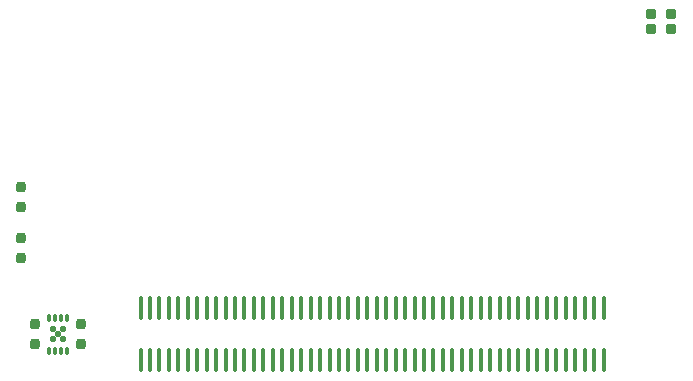
<source format=gtp>
G04 #@! TF.GenerationSoftware,KiCad,Pcbnew,8.0.6*
G04 #@! TF.CreationDate,2024-11-07T02:27:06-08:00*
G04 #@! TF.ProjectId,hvd-68-vhdci,6876642d-3638-42d7-9668-6463692e6b69,1*
G04 #@! TF.SameCoordinates,Original*
G04 #@! TF.FileFunction,Paste,Top*
G04 #@! TF.FilePolarity,Positive*
%FSLAX46Y46*%
G04 Gerber Fmt 4.6, Leading zero omitted, Abs format (unit mm)*
G04 Created by KiCad (PCBNEW 8.0.6) date 2024-11-07 02:27:06*
%MOMM*%
%LPD*%
G01*
G04 APERTURE LIST*
G04 Aperture macros list*
%AMRoundRect*
0 Rectangle with rounded corners*
0 $1 Rounding radius*
0 $2 $3 $4 $5 $6 $7 $8 $9 X,Y pos of 4 corners*
0 Add a 4 corners polygon primitive as box body*
4,1,4,$2,$3,$4,$5,$6,$7,$8,$9,$2,$3,0*
0 Add four circle primitives for the rounded corners*
1,1,$1+$1,$2,$3*
1,1,$1+$1,$4,$5*
1,1,$1+$1,$6,$7*
1,1,$1+$1,$8,$9*
0 Add four rect primitives between the rounded corners*
20,1,$1+$1,$2,$3,$4,$5,0*
20,1,$1+$1,$4,$5,$6,$7,0*
20,1,$1+$1,$6,$7,$8,$9,0*
20,1,$1+$1,$8,$9,$2,$3,0*%
G04 Aperture macros list end*
%ADD10RoundRect,0.100000X0.100000X0.900000X-0.100000X0.900000X-0.100000X-0.900000X0.100000X-0.900000X0*%
%ADD11RoundRect,0.200000X0.200000X-0.250000X0.200000X0.250000X-0.200000X0.250000X-0.200000X-0.250000X0*%
%ADD12RoundRect,0.200000X-0.200000X0.250000X-0.200000X-0.250000X0.200000X-0.250000X0.200000X0.250000X0*%
%ADD13RoundRect,0.200000X0.250000X0.200000X-0.250000X0.200000X-0.250000X-0.200000X0.250000X-0.200000X0*%
%ADD14RoundRect,0.125000X0.125000X-0.125000X0.125000X0.125000X-0.125000X0.125000X-0.125000X-0.125000X0*%
%ADD15RoundRect,0.046875X0.103125X-0.253125X0.103125X0.253125X-0.103125X0.253125X-0.103125X-0.253125X0*%
%ADD16RoundRect,0.200000X-0.250000X-0.200000X0.250000X-0.200000X0.250000X0.200000X-0.250000X0.200000X0*%
G04 APERTURE END LIST*
D10*
G04 #@! TO.C,J1*
X-57100000Y1800000D03*
X-57100000Y6200000D03*
X-56300000Y1800001D03*
X-56300000Y6199999D03*
X-55500000Y1800000D03*
X-55500000Y6200000D03*
X-54700001Y1800000D03*
X-54700001Y6200000D03*
X-53900000Y1800000D03*
X-53900000Y6200000D03*
X-53100000Y1800000D03*
X-53100000Y6200000D03*
X-52299999Y1800000D03*
X-52299999Y6200000D03*
X-51500000Y1800000D03*
X-51500000Y6200000D03*
X-50700000Y1800001D03*
X-50700000Y6199999D03*
X-49900000Y1800000D03*
X-49900000Y6200000D03*
X-49100000Y1800000D03*
X-49100000Y6200000D03*
X-48300000Y1800000D03*
X-48300000Y6200000D03*
X-47500000Y1800000D03*
X-47500000Y6200000D03*
X-46699999Y1800000D03*
X-46699999Y6200000D03*
X-45900000Y1800000D03*
X-45900000Y6200000D03*
X-45100000Y1800001D03*
X-45100000Y6199999D03*
X-44300000Y1800000D03*
X-44300000Y6200000D03*
X-43500000Y1800000D03*
X-43500000Y6200000D03*
X-42700000Y1800000D03*
X-42700000Y6200000D03*
X-41900000Y1800000D03*
X-41900000Y6200000D03*
X-41099999Y1800000D03*
X-41099999Y6200000D03*
X-40300000Y1800000D03*
X-40300000Y6200000D03*
X-39500000Y1800001D03*
X-39500000Y6199999D03*
X-38700000Y1800000D03*
X-38700000Y6200000D03*
X-37900000Y1800000D03*
X-37900000Y6200000D03*
X-37100000Y1800000D03*
X-37100000Y6200000D03*
X-36300000Y1800000D03*
X-36300000Y6200000D03*
X-35500000Y1800001D03*
X-35500000Y6199999D03*
X-34700000Y1800000D03*
X-34700000Y6200000D03*
X-33900001Y1800000D03*
X-33900001Y6200000D03*
X-33100000Y1800000D03*
X-33100000Y6200000D03*
X-32300000Y1800000D03*
X-32300000Y6200000D03*
X-31500000Y1800000D03*
X-31500000Y6200000D03*
X-30700000Y1800000D03*
X-30700000Y6200000D03*
X-29900000Y1800001D03*
X-29900000Y6199999D03*
X-29100000Y1800000D03*
X-29100000Y6200000D03*
X-28300001Y1800000D03*
X-28300001Y6200000D03*
X-27500000Y1800000D03*
X-27500000Y6200000D03*
X-26700000Y1800000D03*
X-26700000Y6200000D03*
X-25900000Y1800000D03*
X-25900000Y6200000D03*
X-25100000Y1800000D03*
X-25100000Y6200000D03*
X-24300000Y1800001D03*
X-24300000Y6199999D03*
X-23500000Y1800000D03*
X-23500000Y6200000D03*
X-22700001Y1800000D03*
X-22700001Y6200000D03*
X-21900000Y1800000D03*
X-21900000Y6200000D03*
X-21100000Y1800000D03*
X-21100000Y6200000D03*
X-20299999Y1800000D03*
X-20299999Y6200000D03*
X-19500000Y1800000D03*
X-19500000Y6200000D03*
X-18700000Y1800001D03*
X-18700000Y6199999D03*
X-17900000Y1800000D03*
X-17900000Y6200000D03*
G04 #@! TD*
D11*
G04 #@! TO.C,R3*
X-67200000Y10450000D03*
X-67200000Y12150000D03*
G04 #@! TD*
D12*
G04 #@! TO.C,R2*
X-67200000Y16450000D03*
X-67200000Y14750000D03*
G04 #@! TD*
D11*
G04 #@! TO.C,C1*
X-66050000Y3150000D03*
X-66050000Y4850000D03*
G04 #@! TD*
D13*
G04 #@! TO.C,R4*
X-12150000Y29800000D03*
X-13850000Y29800000D03*
G04 #@! TD*
D11*
G04 #@! TO.C,R1*
X-62150000Y3150000D03*
X-62150000Y4850000D03*
G04 #@! TD*
D14*
G04 #@! TO.C,U1*
X-64550000Y3550000D03*
X-63650000Y3550000D03*
X-64100000Y4000000D03*
X-64550000Y4450000D03*
X-63650000Y4450000D03*
D15*
X-64850001Y2600000D03*
X-64350000Y2600000D03*
X-63850000Y2600000D03*
X-63349999Y2600000D03*
X-63349999Y5400000D03*
X-63850000Y5400000D03*
X-64350000Y5400000D03*
X-64850001Y5400000D03*
G04 #@! TD*
D16*
G04 #@! TO.C,C2*
X-13850000Y31100000D03*
X-12150000Y31100000D03*
G04 #@! TD*
M02*

</source>
